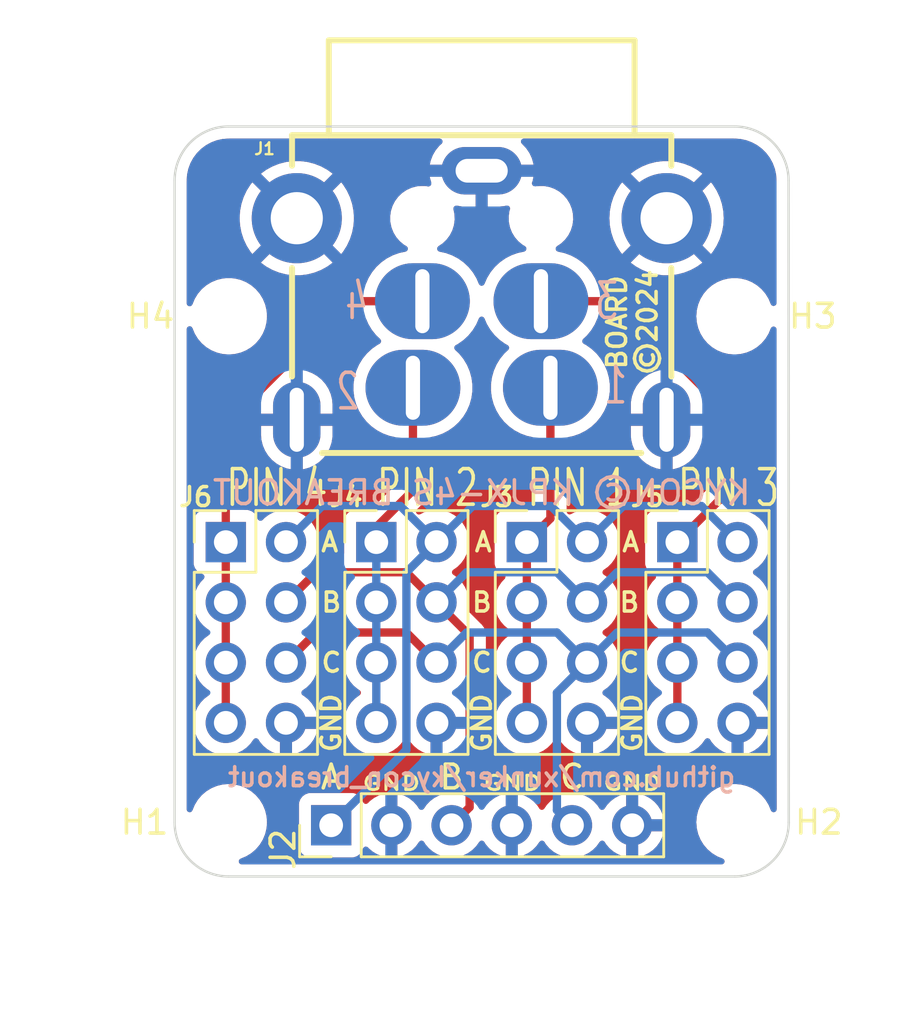
<source format=kicad_pcb>
(kicad_pcb (version 20211014) (generator pcbnew)
  (layers (0 "F.Cu" signal) (31 "B.Cu" signal) (34 "B.Paste" user) (35 "F.Paste" user) (36 "B.SilkS" user "B.Silkscreen") (37 "F.SilkS" user "F.Silkscreen") (38 "B.Mask" user) (39 "F.Mask" user) (44 "Edge.Cuts" user))
  (net 0 "")
  (net 1 "IN1")
  (net 2 "IN2")
  (net 3 "IN3")
  (net 4 "GND")
  (net 5 "IN4")
  (net 6 "OUTA")
  (net 7 "OUTB")
  (net 8 "OUTC")
  (footprint "MountingHole:MountingHole_2.2mm_M2_DIN965" (layer "F.Cu") (at 126.492 84.455)
    (fp_text reference "H4" (at -3.302 0) (layer "F.SilkS"))
    (fp_text value "MountingHole")
    (pad "" np_thru_hole circle (at 0 0) (size 2.2 2.2) (drill 2.2) (layers *.Cu *.Mask))
  )
  (footprint "Connector_PinHeader_2.54mm:PinHeader_2x04_P2.54mm_Vertical" (layer "F.Cu") (at 145.415 93.98)
    (fp_text reference "J5" (at -1.27 -1.905) (layer "F.SilkS") (effects (font (size 0.8 0.8))))
    (fp_text value "Conn_02x04_Odd_Even")
    (fp_line (start -1.33 1.27) (end 1.27 1.27) (layer "F.SilkS") (width 0.12))
    (fp_line (start -1.33 -1.33) (end 0 -1.33) (layer "F.SilkS") (width 0.12))
    (fp_line (start 1.27 -1.33) (end 3.87 -1.33) (layer "F.SilkS") (width 0.12))
    (fp_line (start -1.33 8.95) (end 3.87 8.95) (layer "F.SilkS") (width 0.12))
    (fp_line (start -1.33 1.27) (end -1.33 8.95) (layer "F.SilkS") (width 0.12))
    (fp_line (start 1.27 1.27) (end 1.27 -1.33) (layer "F.SilkS") (width 0.12))
    (fp_line (start 3.87 -1.33) (end 3.87 8.95) (layer "F.SilkS") (width 0.12))
    (fp_line (start -1.33 0) (end -1.33 -1.33) (layer "F.SilkS") (width 0.12))
    (pad "1" thru_hole rect (at 0 0) (size 1.7 1.7) (drill 1) (layers *.Cu *.Mask) (net 3 "IN3"))
    (pad "2" thru_hole oval (at 2.54 0) (size 1.7 1.7) (drill 1) (layers *.Cu *.Mask) (net 6 "OUTA"))
    (pad "3" thru_hole oval (at 0 2.54) (size 1.7 1.7) (drill 1) (layers *.Cu *.Mask) (net 3 "IN3"))
    (pad "4" thru_hole oval (at 2.54 2.54) (size 1.7 1.7) (drill 1) (layers *.Cu *.Mask) (net 7 "OUTB"))
    (pad "5" thru_hole oval (at 0 5.08) (size 1.7 1.7) (drill 1) (layers *.Cu *.Mask) (net 3 "IN3"))
    (pad "6" thru_hole oval (at 2.54 5.08) (size 1.7 1.7) (drill 1) (layers *.Cu *.Mask) (net 8 "OUTC"))
    (pad "7" thru_hole oval (at 0 7.62) (size 1.7 1.7) (drill 1) (layers *.Cu *.Mask) (net 3 "IN3"))
    (pad "8" thru_hole oval (at 2.54 7.62) (size 1.7 1.7) (drill 1) (layers *.Cu *.Mask) (net 4 "GND"))
  )
  (footprint "Connector_PinHeader_2.54mm:PinHeader_2x04_P2.54mm_Vertical" (layer "F.Cu") (at 126.365 93.98)
    (fp_text reference "J6" (at -1.265 -1.905) (layer "F.SilkS") (effects (font (size 0.8 0.8))))
    (fp_text value "Conn_02x04_Odd_Even")
    (fp_line (start -1.33 1.27) (end 1.27 1.27) (layer "F.SilkS") (width 0.12))
    (fp_line (start -1.33 1.27) (end -1.33 8.95) (layer "F.SilkS") (width 0.12))
    (fp_line (start 1.27 -1.33) (end 3.87 -1.33) (layer "F.SilkS") (width 0.12))
    (fp_line (start -1.33 -1.33) (end 0 -1.33) (layer "F.SilkS") (width 0.12))
    (fp_line (start 1.27 1.27) (end 1.27 -1.33) (layer "F.SilkS") (width 0.12))
    (fp_line (start -1.33 8.95) (end 3.87 8.95) (layer "F.SilkS") (width 0.12))
    (fp_line (start -1.33 0) (end -1.33 -1.33) (layer "F.SilkS") (width 0.12))
    (fp_line (start 3.87 -1.33) (end 3.87 8.95) (layer "F.SilkS") (width 0.12))
    (pad "1" thru_hole rect (at 0 0) (size 1.7 1.7) (drill 1) (layers *.Cu *.Mask) (net 5 "IN4"))
    (pad "2" thru_hole oval (at 2.54 0) (size 1.7 1.7) (drill 1) (layers *.Cu *.Mask) (net 6 "OUTA"))
    (pad "3" thru_hole oval (at 0 2.54) (size 1.7 1.7) (drill 1) (layers *.Cu *.Mask) (net 5 "IN4"))
    (pad "4" thru_hole oval (at 2.54 2.54) (size 1.7 1.7) (drill 1) (layers *.Cu *.Mask) (net 7 "OUTB"))
    (pad "5" thru_hole oval (at 0 5.08) (size 1.7 1.7) (drill 1) (layers *.Cu *.Mask) (net 5 "IN4"))
    (pad "6" thru_hole oval (at 2.54 5.08) (size 1.7 1.7) (drill 1) (layers *.Cu *.Mask) (net 8 "OUTC"))
    (pad "7" thru_hole oval (at 0 7.62) (size 1.7 1.7) (drill 1) (layers *.Cu *.Mask) (net 5 "IN4"))
    (pad "8" thru_hole oval (at 2.54 7.62) (size 1.7 1.7) (drill 1) (layers *.Cu *.Mask) (net 4 "GND"))
  )
  (footprint "MountingHole:MountingHole_2.2mm_M2_DIN965" (layer "F.Cu") (at 147.828 84.455)
    (fp_text reference "H3" (at 3.302 0) (layer "F.SilkS"))
    (fp_text value "MountingHole")
    (pad "" np_thru_hole circle (at 0 0) (size 2.2 2.2) (drill 2.2) (layers *.Cu *.Mask))
  )
  (footprint "footprints:KPJX-4S" (layer "F.Cu") (at 137.16 83.82)
    (fp_text reference "J1" (at -9.1586 -6.4262) (layer "F.SilkS") (effects (font (size 0.5 0.5) (thickness 0.1))))
    (fp_text value "Conn_01x09")
    (fp_line (start 8.001 3.175) (end 8 -1.397) (layer "F.SilkS") (width 0.25))
    (fp_line (start -8.001 -1.397) (end -8 3.175) (layer "F.SilkS") (width 0.25))
    (fp_line (start 6.45 -11) (end 6.45 -7) (layer "F.SilkS") (width 0.25))
    (fp_line (start -6.731 6.4) (end 6.731 6.4) (layer "F.SilkS") (width 0.25))
    (fp_line (start 6.45 -11) (end -6.45 -11) (layer "F.SilkS") (width 0.25))
    (fp_line (start 8.0015 -6.9925) (end 8.0005 -5.7075) (layer "F.SilkS") (width 0.25))
    (fp_line (start -8 -7) (end -8.001 -5.715) (layer "F.SilkS") (width 0.25))
    (fp_line (start 8 -7) (end -8 -7) (layer "F.SilkS") (width 0.25))
    (fp_line (start -6.45 -11) (end -6.45 -7) (layer "F.SilkS") (width 0.25))
    (pad "" np_thru_hole circle (at 2.5 -3.5) (size 1.7 1.7) (drill 1.7) (layers *.Cu *.Mask))
    (pad "" np_thru_hole circle (at -2.5 -3.5) (size 1.7 1.7) (drill 1.7) (layers *.Cu *.Mask))
    (pad "1" thru_hole oval (at 2.9 3.65) (size 4 3.2) (drill oval 0.6 2.7) (layers *.Cu *.Mask) (net 1 "IN1"))
    (pad "2" thru_hole oval (at -2.9 3.65) (size 4 3.2) (drill oval 0.6 2.7) (layers *.Cu *.Mask) (net 2 "IN2"))
    (pad "3" thru_hole oval (at 2.5 0) (size 4 3.2) (drill oval 0.6 2.7) (layers *.Cu *.Mask) (net 3 "IN3"))
    (pad "4" thru_hole oval (at -2.5 0) (size 4 3.2) (drill oval 0.6 2.7) (layers *.Cu *.Mask) (net 5 "IN4"))
    (pad "5" thru_hole oval (at 0 -5.5) (size 3.4 2) (drill oval 2.2 1) (layers *.Cu *.Mask) (net 4 "GND"))
    (pad "6" thru_hole oval (at -7.8 5) (size 2 3.2) (drill oval 0.6 2.7) (layers *.Cu *.Mask) (net 4 "GND"))
    (pad "7" thru_hole oval (at 7.8 5) (size 2 3.2) (drill oval 0.6 2.7) (layers *.Cu *.Mask) (net 4 "GND"))
    (pad "8" thru_hole circle (at -7.8 -3.5) (size 3.8 3.8) (drill 2.2) (layers *.Cu *.Mask) (net 4 "GND"))
    (pad "9" thru_hole circle (at 7.8 -3.5) (size 3.8 3.8) (drill 2.2) (layers *.Cu *.Mask) (net 4 "GND"))
  )
  (footprint "Connector_PinHeader_2.54mm:PinHeader_1x06_P2.54mm_Vertical" (layer "F.Cu") (at 130.81 105.918 90)
    (fp_text reference "J2" (at -1.016 -2.032 90) (layer "F.SilkS"))
    (fp_text value "Conn_01x08_Male")
    (fp_line (start -1.33 -1.33) (end 0 -1.33) (layer "F.SilkS") (width 0.12))
    (fp_line (start -1.33 1.27) (end 1.33 1.27) (layer "F.SilkS") (width 0.12))
    (fp_line (start -1.33 1.27) (end -1.33 14.03) (layer "F.SilkS") (width 0.12))
    (fp_line (start -1.33 14.03) (end 1.33 14.03) (layer "F.SilkS") (width 0.12))
    (fp_line (start -1.33 0) (end -1.33 -1.33) (layer "F.SilkS") (width 0.12))
    (fp_line (start 1.33 1.27) (end 1.33 14.03) (layer "F.SilkS") (width 0.12))
    (pad "1" thru_hole rect (at 0 0 90) (size 1.7 1.7) (drill 1) (layers *.Cu *.Mask) (net 6 "OUTA"))
    (pad "2" thru_hole oval (at 0 2.54 90) (size 1.7 1.7) (drill 1) (layers *.Cu *.Mask) (net 4 "GND"))
    (pad "3" thru_hole oval (at 0 5.08 90) (size 1.7 1.7) (drill 1) (layers *.Cu *.Mask) (net 7 "OUTB"))
    (pad "4" thru_hole oval (at 0 7.62 90) (size 1.7 1.7) (drill 1) (layers *.Cu *.Mask) (net 4 "GND"))
    (pad "5" thru_hole oval (at 0 10.16 90) (size 1.7 1.7) (drill 1) (layers *.Cu *.Mask) (net 8 "OUTC"))
    (pad "6" thru_hole oval (at 0 12.7 90) (size 1.7 1.7) (drill 1) (layers *.Cu *.Mask) (net 4 "GND"))
  )
  (footprint "Connector_PinHeader_2.54mm:PinHeader_2x04_P2.54mm_Vertical" (layer "F.Cu") (at 139.065 93.98)
    (fp_text reference "J3" (at -1.27 -1.905) (layer "F.SilkS") (effects (font (size 0.8 0.8))))
    (fp_text value "Conn_02x04_Odd_Even")
    (fp_line (start 1.27 1.27) (end 1.27 -1.33) (layer "F.SilkS") (width 0.12))
    (fp_line (start -1.33 1.27) (end 1.27 1.27) (layer "F.SilkS") (width 0.12))
    (fp_line (start -1.33 1.27) (end -1.33 8.95) (layer "F.SilkS") (width 0.12))
    (fp_line (start -1.33 8.95) (end 3.87 8.95) (layer "F.SilkS") (width 0.12))
    (fp_line (start 1.27 -1.33) (end 3.87 -1.33) (layer "F.SilkS") (width 0.12))
    (fp_line (start -1.33 0) (end -1.33 -1.33) (layer "F.SilkS") (width 0.12))
    (fp_line (start 3.87 -1.33) (end 3.87 8.95) (layer "F.SilkS") (width 0.12))
    (fp_line (start -1.33 -1.33) (end 0 -1.33) (layer "F.SilkS") (width 0.12))
    (pad "1" thru_hole rect (at 0 0) (size 1.7 1.7) (drill 1) (layers *.Cu *.Mask) (net 1 "IN1"))
    (pad "2" thru_hole oval (at 2.54 0) (size 1.7 1.7) (drill 1) (layers *.Cu *.Mask) (net 6 "OUTA"))
    (pad "3" thru_hole oval (at 0 2.54) (size 1.7 1.7) (drill 1) (layers *.Cu *.Mask) (net 1 "IN1"))
    (pad "4" thru_hole oval (at 2.54 2.54) (size 1.7 1.7) (drill 1) (layers *.Cu *.Mask) (net 7 "OUTB"))
    (pad "5" thru_hole oval (at 0 5.08) (size 1.7 1.7) (drill 1) (layers *.Cu *.Mask) (net 1 "IN1"))
    (pad "6" thru_hole oval (at 2.54 5.08) (size 1.7 1.7) (drill 1) (layers *.Cu *.Mask) (net 8 "OUTC"))
    (pad "7" thru_hole oval (at 0 7.62) (size 1.7 1.7) (drill 1) (layers *.Cu *.Mask) (net 1 "IN1"))
    (pad "8" thru_hole oval (at 2.54 7.62) (size 1.7 1.7) (drill 1) (layers *.Cu *.Mask) (net 4 "GND"))
  )
  (footprint "MountingHole:MountingHole_2.2mm_M2_DIN965" (layer "F.Cu") (at 147.828 105.791)
    (fp_text reference "H2" (at 3.556 0) (layer "F.SilkS"))
    (fp_text value "MountingHole")
    (pad "" np_thru_hole circle (at 0 0) (size 2.2 2.2) (drill 2.2) (layers *.Cu *.Mask))
  )
  (footprint "MountingHole:MountingHole_2.2mm_M2_DIN965" (layer "F.Cu") (at 126.492 105.791)
    (fp_text reference "H1" (at -3.556 0) (layer "F.SilkS"))
    (fp_text value "MountingHole")
    (pad "" np_thru_hole circle (at 0 0) (size 2.2 2.2) (drill 2.2) (layers *.Cu *.Mask))
  )
  (footprint "Connector_PinHeader_2.54mm:PinHeader_2x04_P2.54mm_Vertical" (layer "F.Cu") (at 132.715 93.98)
    (fp_text reference "J4" (at -1.27 -1.905) (layer "F.SilkS") (effects (font (size 0.8 0.8))))
    (fp_text value "Conn_02x04_Odd_Even")
    (fp_line (start -1.33 -1.33) (end 0 -1.33) (layer "F.SilkS") (width 0.12))
    (fp_line (start -1.33 0) (end -1.33 -1.33) (layer "F.SilkS") (width 0.12))
    (fp_line (start -1.33 1.27) (end -1.33 8.95) (layer "F.SilkS") (width 0.12))
    (fp_line (start -1.33 8.95) (end 3.87 8.95) (layer "F.SilkS") (width 0.12))
    (fp_line (start 1.27 1.27) (end 1.27 -1.33) (layer "F.SilkS") (width 0.12))
    (fp_line (start 1.27 -1.33) (end 3.87 -1.33) (layer "F.SilkS") (width 0.12))
    (fp_line (start 3.87 -1.33) (end 3.87 8.95) (layer "F.SilkS") (width 0.12))
    (fp_line (start -1.33 1.27) (end 1.27 1.27) (layer "F.SilkS") (width 0.12))
    (pad "1" thru_hole rect (at 0 0) (size 1.7 1.7) (drill 1) (layers *.Cu *.Mask) (net 2 "IN2"))
    (pad "2" thru_hole oval (at 2.54 0) (size 1.7 1.7) (drill 1) (layers *.Cu *.Mask) (net 6 "OUTA"))
    (pad "3" thru_hole oval (at 0 2.54) (size 1.7 1.7) (drill 1) (layers *.Cu *.Mask) (net 2 "IN2"))
    (pad "4" thru_hole oval (at 2.54 2.54) (size 1.7 1.7) (drill 1) (layers *.Cu *.Mask) (net 7 "OUTB"))
    (pad "5" thru_hole oval (at 0 5.08) (size 1.7 1.7) (drill 1) (layers *.Cu *.Mask) (net 2 "IN2"))
    (pad "6" thru_hole oval (at 2.54 5.08) (size 1.7 1.7) (drill 1) (layers *.Cu *.Mask) (net 8 "OUTC"))
    (pad "7" thru_hole oval (at 0 7.62) (size 1.7 1.7) (drill 1) (layers *.Cu *.Mask) (net 2 "IN2"))
    (pad "8" thru_hole oval (at 2.54 7.62) (size 1.7 1.7) (drill 1) (layers *.Cu *.Mask) (net 4 "GND"))
  )
  (gr_arc (start 150.114 105.797433) (mid 149.44633 107.40933) (end 147.834433 108.077) (layer "Edge.Cuts") (width 0.1))
  (gr_line (start 147.828 76.454) (end 126.485567 76.454) (layer "Edge.Cuts") (width 0.1))
  (gr_line (start 124.206 78.733567) (end 124.206 105.797433) (layer "Edge.Cuts") (width 0.1))
  (gr_arc (start 126.485567 108.077) (mid 124.87367 107.40933) (end 124.206 105.797433) (layer "Edge.Cuts") (width 0.1))
  (gr_line (start 126.485567 108.077) (end 147.834433 108.077) (layer "Edge.Cuts") (width 0.1))
  (gr_arc (start 124.206 78.733567) (mid 124.87367 77.12167) (end 126.485567 76.454) (layer "Edge.Cuts") (width 0.1))
  (gr_arc (start 147.828 76.454) (mid 149.439897 77.12167) (end 150.107567 78.733567) (layer "Edge.Cuts") (width 0.1))
  (gr_line (start 150.114 105.797433) (end 150.107567 78.733567) (layer "Edge.Cuts") (width 0.1))
  (gr_text "github.com/xunker/kycon_breakout" (at 137.16 103.886) (layer "B.SilkS") (effects (font (size 0.8 0.8)) (justify mirror)))
  (gr_text "4" (at 132.461 83.82) (layer "B.SilkS") (effects (font (size 1.5 1)) (justify left mirror)))
  (gr_text "KYCON© KPJX-4S BREAKOUT" (at 137.16 91.8972) (layer "B.SilkS") (effects (font (size 1 1)) (justify mirror)))
  (gr_text "3" (at 141.859 83.82) (layer "B.SilkS") (effects (font (size 1.5 1)) (justify right mirror)))
  (gr_text "1" (at 142.24 87.376) (layer "B.SilkS") (effects (font (size 1.5 1)) (justify right mirror)))
  (gr_text "2" (at 132.08 87.63) (layer "B.SilkS") (effects (font (size 1.5 1)) (justify left mirror)))
  (gr_text "C" (at 137.668 99.06) (layer "F.SilkS") (effects (font (size 0.8 0.8)) (justify right)))
  (gr_text "C" (at 143.891 99.06) (layer "F.SilkS") (effects (font (size 0.8 0.8)) (justify right)))
  (gr_text "B" (at 143.891 96.52) (layer "F.SilkS") (effects (font (size 0.8 0.8)) (justify right)))
  (gr_text "GND" (at 143.51 104.14) (layer "F.SilkS") (effects (font (size 0.6 0.8) (thickness 0.125))))
  (gr_text "A" (at 143.891 93.98) (layer "F.SilkS") (effects (font (size 0.8 0.8)) (justify right)))
  (gr_text "A" (at 130.81 103.886) (layer "F.SilkS") (effects (font (size 1 1))))
  (gr_text "PIN 2" (at 134.874 91.694) (layer "F.SilkS") (effects (font (size 1.5 1))))
  (gr_text "PIN 3" (at 147.574 91.694) (layer "F.SilkS") (effects (font (size 1.5 1))))
  (gr_text "B" (at 137.668 96.52) (layer "F.SilkS") (effects (font (size 0.8 0.8)) (justify right)))
  (gr_text "C" (at 131.318 99.06) (layer "F.SilkS") (effects (font (size 0.8 0.8)) (justify right)))
  (gr_text "GND" (at 138.46 104.14) (layer "F.SilkS") (effects (font (size 0.6 0.8) (thickness 0.125))))
  (gr_text "A" (at 131.191 93.98) (layer "F.SilkS") (effects (font (size 0.8 0.8)) (justify right)))
  (gr_text "C" (at 140.97 103.886) (layer "F.SilkS") (effects (font (size 1 1))))
  (gr_text "B" (at 135.89 103.886) (layer "F.SilkS") (effects (font (size 1 1))))
  (gr_text "GND" (at 130.81 101.6 90) (layer "F.SilkS") (effects (font (size 0.8 0.8))))
  (gr_text "BOARD\n©2024" (at 143.51 84.709 90) (layer "F.SilkS") (effects (font (size 0.8 0.8))))
  (gr_text "GND" (at 133.35 104.14) (layer "F.SilkS") (effects (font (size 0.6 0.8) (thickness 0.125))))
  (gr_text "PIN 4" (at 128.524 91.694) (layer "F.SilkS") (effects (font (size 1.5 1))))
  (gr_text "A" (at 137.668 93.98) (layer "F.SilkS") (effects (font (size 0.8 0.8)) (justify right)))
  (gr_text "GND" (at 143.51 101.6 90) (layer "F.SilkS") (effects (font (size 0.8 0.8))))
  (gr_text "B" (at 131.318 96.52) (layer "F.SilkS") (effects (font (size 0.8 0.8)) (justify right)))
  (gr_text "GND" (at 137.16 101.6 90) (layer "F.SilkS") (effects (font (size 0.8 0.8))))
  (gr_text "PIN 1" (at 141.224 91.694) (layer "F.SilkS") (effects (font (size 1.5 1))))
  (segment (start 139.065 101.6) (end 139.065 99.06) (width 0.35) (layer "F.Cu") (net 1))
  (segment (start 140.06 87.47) (end 140.06 92.985) (width 0.35) (layer "F.Cu") (net 1))
  (segment (start 140.06 92.985) (end 139.065 93.98) (width 0.35) (layer "F.Cu") (net 1))
  (segment (start 139.065 96.52) (end 139.065 99.06) (width 0.35) (layer "F.Cu") (net 1))
  (segment (start 139.065 93.98) (end 139.065 96.52) (width 0.35) (layer "F.Cu") (net 1))
  (segment (start 132.715 93.345) (end 132.715 93.98) (width 0.35) (layer "F.Cu") (net 2))
  (segment (start 134.26 87.47) (end 134.26 91.8) (width 0.35) (layer "F.Cu") (net 2))
  (segment (start 134.26 91.8) (end 132.715 93.345) (width 0.35) (layer "F.Cu") (net 2))
  (segment (start 132.715 93.98) (end 132.715 99.06) (width 0.35) (layer "B.Cu") (net 2))
  (segment (start 132.715 99.06) (end 132.715 101.6) (width 0.35) (layer "B.Cu") (net 2))
  (segment (start 147.32 88.295423) (end 147.32 92.075) (width 0.35) (layer "F.Cu") (net 3))
  (segment (start 142.844577 83.82) (end 147.32 88.295423) (width 0.35) (layer "F.Cu") (net 3))
  (segment (start 139.66 83.82) (end 142.844577 83.82) (width 0.35) (layer "F.Cu") (net 3))
  (segment (start 147.32 92.075) (end 145.415 93.98) (width 0.35) (layer "F.Cu") (net 3))
  (segment (start 145.415 93.98) (end 145.415 101.6) (width 0.35) (layer "F.Cu") (net 3))
  (segment (start 131.572 83.82) (end 134.66 83.82) (width 0.35) (layer "F.Cu") (net 5))
  (segment (start 126.365 93.98) (end 126.365 101.6) (width 0.35) (layer "F.Cu") (net 5))
  (segment (start 126.365 89.027) (end 131.572 83.82) (width 0.35) (layer "F.Cu") (net 5))
  (segment (start 126.365 93.98) (end 126.365 89.027) (width 0.35) (layer "F.Cu") (net 5))
  (segment (start 133.731 92.456) (end 135.255 93.98) (width 0.35) (layer "B.Cu") (net 6))
  (segment (start 146.431 92.456) (end 147.955 93.98) (width 0.35) (layer "B.Cu") (net 6))
  (segment (start 135.255 93.98) (end 133.985 95.25) (width 0.35) (layer "B.Cu") (net 6))
  (segment (start 135.255 93.98) (end 136.779 92.456) (width 0.35) (layer "B.Cu") (net 6))
  (segment (start 143.129 92.456) (end 146.431 92.456) (width 0.35) (layer "B.Cu") (net 6))
  (segment (start 133.985 95.25) (end 133.985 102.743) (width 0.35) (layer "B.Cu") (net 6))
  (segment (start 140.081 92.456) (end 141.605 93.98) (width 0.35) (layer "B.Cu") (net 6))
  (segment (start 128.905 93.98) (end 130.429 92.456) (width 0.35) (layer "B.Cu") (net 6))
  (segment (start 133.985 102.743) (end 130.81 105.918) (width 0.35) (layer "B.Cu") (net 6))
  (segment (start 136.779 92.456) (end 140.081 92.456) (width 0.35) (layer "B.Cu") (net 6))
  (segment (start 130.429 92.456) (end 133.731 92.456) (width 0.35) (layer "B.Cu") (net 6))
  (segment (start 141.605 93.98) (end 143.129 92.456) (width 0.35) (layer "B.Cu") (net 6))
  (segment (start 130.175 95.25) (end 133.985 95.25) (width 0.35) (layer "F.Cu") (net 7))
  (segment (start 136.652 97.917) (end 136.652 105.156) (width 0.35) (layer "F.Cu") (net 7))
  (segment (start 133.985 95.25) (end 135.255 96.52) (width 0.35) (layer "F.Cu") (net 7))
  (segment (start 128.905 96.52) (end 130.175 95.25) (width 0.35) (layer "F.Cu") (net 7))
  (segment (start 136.652 105.156) (end 135.89 105.918) (width 0.35) (layer "F.Cu") (net 7))
  (segment (start 135.255 96.52) (end 136.652 97.917) (width 0.35) (layer "F.Cu") (net 7))
  (segment (start 135.255 96.52) (end 136.525 95.25) (width 0.35) (layer "B.Cu") (net 7))
  (segment (start 140.335 95.25) (end 141.605 96.52) (width 0.35) (layer "B.Cu") (net 7))
  (segment (start 142.875 95.25) (end 146.685 95.25) (width 0.35) (layer "B.Cu") (net 7))
  (segment (start 146.685 95.25) (end 147.955 96.52) (width 0.35) (layer "B.Cu") (net 7))
  (segment (start 136.525 95.25) (end 140.335 95.25) (width 0.35) (layer "B.Cu") (net 7))
  (segment (start 141.605 96.52) (end 142.875 95.25) (width 0.35) (layer "B.Cu") (net 7))
  (segment (start 128.905 99.06) (end 130.175 97.79) (width 0.35) (layer "F.Cu") (net 8))
  (segment (start 130.175 97.79) (end 133.985 97.79) (width 0.35) (layer "F.Cu") (net 8))
  (segment (start 133.985 97.79) (end 135.255 99.06) (width 0.35) (layer "F.Cu") (net 8))
  (segment (start 140.335 97.79) (end 141.605 99.06) (width 0.35) (layer "B.Cu") (net 8))
  (segment (start 136.525 97.79) (end 140.335 97.79) (width 0.35) (layer "B.Cu") (net 8))
  (segment (start 135.255 99.06) (end 136.525 97.79) (width 0.35) (layer "B.Cu") (net 8))
  (segment (start 141.605 99.06) (end 142.875 97.79) (width 0.35) (layer "B.Cu") (net 8))
  (segment (start 140.335 100.33) (end 140.335 105.283) (width 0.35) (layer "B.Cu") (net 8))
  (segment (start 146.685 97.79) (end 147.955 99.06) (width 0.35) (layer "B.Cu") (net 8))
  (segment (start 142.875 97.79) (end 146.685 97.79) (width 0.35) (layer "B.Cu") (net 8))
  (segment (start 140.335 105.283) (end 140.97 105.918) (width 0.35) (layer "B.Cu") (net 8))
  (segment (start 141.605 99.06) (end 140.335 100.33) (width 0.35) (layer "B.Cu") (net 8))
  (zone (net 4) (net_name "GND") (layers F&B.Cu) (connect_pads (clearance 0.508)) (min_thickness 0.254) (fill yes (thermal_gap 0.508) (thermal_bridge_width 0.508))
    (polygon (pts (xy 154.94 114.3) (xy 116.84 114.3) (xy 116.84 71.12) (xy 154.94 71.12)))
  )
)
</source>
